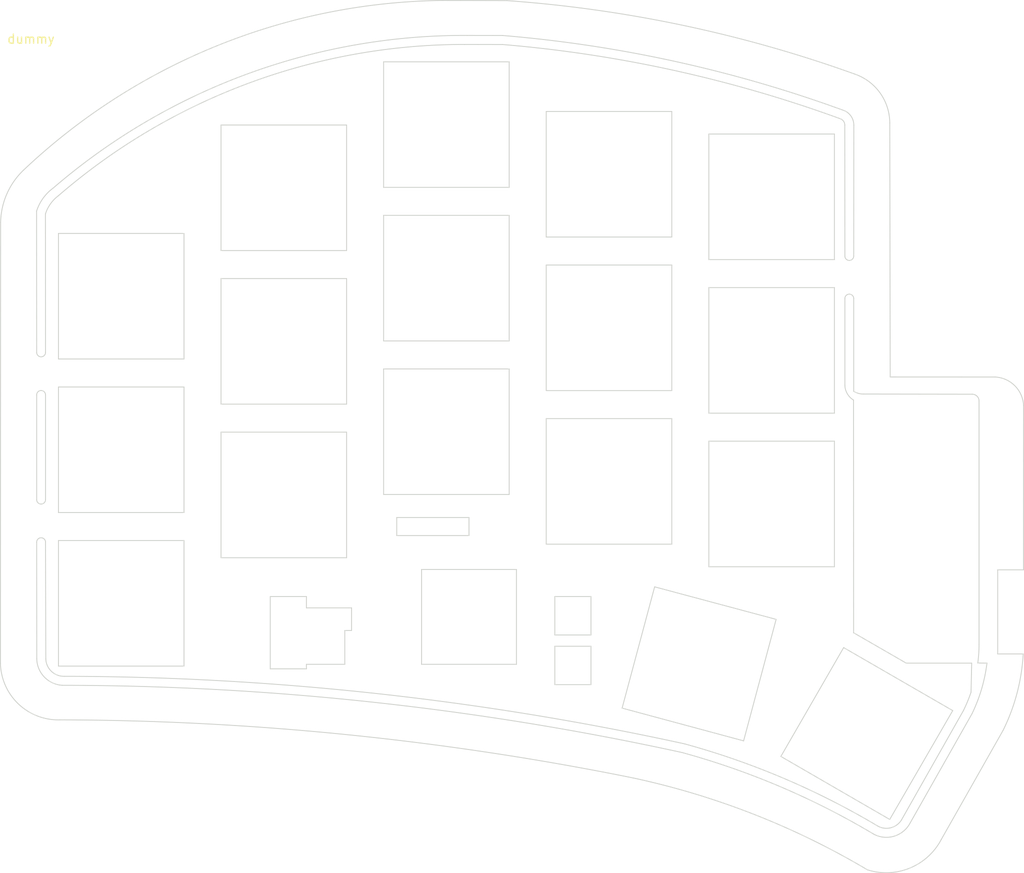
<source format=kicad_pcb>
(kicad_pcb (version 20171130) (host pcbnew 5.1.9)

  (general
    (thickness 1.6)
    (drawings 195)
    (tracks 0)
    (zones 0)
    (modules 1)
    (nets 1)
  )

  (page A4)
  (layers
    (0 F.Cu signal)
    (31 B.Cu signal)
    (32 B.Adhes user)
    (33 F.Adhes user)
    (34 B.Paste user)
    (35 F.Paste user)
    (36 B.SilkS user)
    (37 F.SilkS user)
    (38 B.Mask user)
    (39 F.Mask user)
    (40 Dwgs.User user)
    (41 Cmts.User user)
    (42 Eco1.User user)
    (43 Eco2.User user)
    (44 Edge.Cuts user)
    (45 Margin user)
    (46 B.CrtYd user)
    (47 F.CrtYd user)
    (48 B.Fab user)
    (49 F.Fab user)
  )

  (setup
    (last_trace_width 0.25)
    (trace_clearance 0.2)
    (zone_clearance 0.508)
    (zone_45_only no)
    (trace_min 0.2)
    (via_size 0.8)
    (via_drill 0.4)
    (via_min_size 0.4)
    (via_min_drill 0.3)
    (uvia_size 0.3)
    (uvia_drill 0.1)
    (uvias_allowed no)
    (uvia_min_size 0.2)
    (uvia_min_drill 0.1)
    (edge_width 0.1)
    (segment_width 0.2)
    (pcb_text_width 0.3)
    (pcb_text_size 1.5 1.5)
    (mod_edge_width 0.12)
    (mod_text_size 1 1)
    (mod_text_width 0.1)
    (pad_size 1.524 1.524)
    (pad_drill 0.762)
    (pad_to_mask_clearance 0.05)
    (aux_axis_origin 0 0)
    (visible_elements FFFFFFFF)
    (pcbplotparams
      (layerselection 0x010fc_ffffffff)
      (usegerberextensions false)
      (usegerberattributes true)
      (usegerberadvancedattributes true)
      (creategerberjobfile true)
      (excludeedgelayer true)
      (linewidth 0.100000)
      (plotframeref false)
      (viasonmask false)
      (mode 1)
      (useauxorigin false)
      (hpglpennumber 1)
      (hpglpenspeed 20)
      (hpglpendiameter 15.000000)
      (psnegative false)
      (psa4output false)
      (plotreference false)
      (plotvalue false)
      (plotinvisibletext false)
      (padsonsilk false)
      (subtractmaskfromsilk false)
      (outputformat 1)
      (mirror false)
      (drillshape 0)
      (scaleselection 1)
      (outputdirectory ""))
  )

  (net 0 "")

  (net_class Default "This is the default net class."
    (clearance 0.2)
    (trace_width 0.25)
    (via_dia 0.8)
    (via_drill 0.4)
    (uvia_dia 0.3)
    (uvia_drill 0.1)
  )

  (net_class Power ""
    (clearance 0.2)
    (trace_width 0.3)
    (via_dia 0.8)
    (via_drill 0.4)
    (uvia_dia 0.3)
    (uvia_drill 0.1)
  )

  (module dummy:dummy (layer F.Cu) (tedit 604AAE8F) (tstamp 606383FE)
    (at 12.01 12.03)
    (fp_text reference dummy (at 0 0.5) (layer F.SilkS)
      (effects (font (size 1 1) (thickness 0.15)))
    )
    (fp_text value dummy (at 0 -0.5) (layer F.Fab)
      (effects (font (size 1 1) (thickness 0.15)))
    )
  )

  (gr_line (start 103.08994 51.526561) (end 103.09 41.25) (layer Edge.Cuts) (width 0.1) (tstamp 6067B3CB))
  (gr_line (start 102.110009 41.270426) (end 102.11 50.86) (layer Edge.Cuts) (width 0.1) (tstamp 6067B3B7))
  (gr_arc (start 102.6 41.26) (end 103.09 41.25) (angle -180.049813) (layer Edge.Cuts) (width 0.1) (tstamp 6067B364))
  (gr_arc (start 102.6 36.55) (end 102.11 36.56) (angle -180.049813) (layer Edge.Cuts) (width 0.1) (tstamp 6067B363))
  (gr_line (start 13.650019 81.147211) (end 13.62 68.22) (layer Edge.Cuts) (width 0.1) (tstamp 6067B24B))
  (gr_line (start 12.640009 68.240426) (end 12.650019 81.147211) (layer Edge.Cuts) (width 0.1) (tstamp 6067B23B))
  (gr_line (start 13.619991 63.509574) (end 13.62 51.92) (layer Edge.Cuts) (width 0.1) (tstamp 6067B220))
  (gr_line (start 12.640009 51.940426) (end 12.64 63.53) (layer Edge.Cuts) (width 0.1) (tstamp 6067B20D))
  (gr_arc (start 13.13 68.23) (end 13.62 68.22) (angle -180.049813) (layer Edge.Cuts) (width 0.1) (tstamp 6067B1D4))
  (gr_arc (start 13.13 63.52) (end 12.64 63.53) (angle -180.049813) (layer Edge.Cuts) (width 0.1) (tstamp 6067B1D3))
  (gr_arc (start 13.13 51.93) (end 13.62 51.92) (angle -180.049813) (layer Edge.Cuts) (width 0.1) (tstamp 6067B16F))
  (gr_arc (start 13.13 47.22) (end 12.64 47.23) (angle -180.049813) (layer Edge.Cuts) (width 0.1))
  (gr_arc (start 104.109999 50.790001) (end 102.11 50.86) (angle -56.68807427) (layer Edge.Cuts) (width 0.1) (tstamp 6067B056))
  (gr_line (start 116.15 81.62) (end 116.076633 84.838857) (layer Edge.Cuts) (width 0.1))
  (gr_line (start 103.08 78.26) (end 103.070104 52.49983) (layer Edge.Cuts) (width 0.1) (tstamp 6067AE8D))
  (gr_line (start 108.9 81.62) (end 116.15 81.62) (layer Edge.Cuts) (width 0.1))
  (gr_line (start 108.9 81.62) (end 103.08 78.26) (layer Edge.Cuts) (width 0.1))
  (gr_arc (start 100.196434 79.446014) (end 116.825285 81.610045) (angle -6.931302321) (layer Edge.Cuts) (width 0.1) (tstamp 6067AD38))
  (gr_arc (start 104.149918 49.828944) (end 103.08994 51.526561) (angle -32.98473499) (layer Edge.Cuts) (width 0.1) (tstamp 6067AC55))
  (gr_line (start 116.174774 87.240588) (end 109.326469 99.33052) (layer Edge.Cuts) (width 0.1) (tstamp 60637E2F))
  (gr_arc (start 106.70685 97.938124) (end 105.29885 100.549389) (angle -90.34182972) (layer Edge.Cuts) (width 0.1) (tstamp 60637E1B))
  (gr_arc (start 61.59 173.76) (end 105.29885 100.549389) (angle -15.53366677) (layer Edge.Cuts) (width 0.1) (tstamp 60637DF1))
  (gr_arc (start 15.157962 407.009423) (end 84.096173 91.518105) (angle -12.26886215) (layer Edge.Cuts) (width 0.1) (tstamp 60637D5A))
  (gr_arc (start 15.650018 81.077212) (end 12.650019 81.147211) (angle -85.4164945) (layer Edge.Cuts) (width 0.1) (tstamp 60637D36))
  (gr_line (start 12.631572 31.580502) (end 12.64 47.23) (layer Edge.Cuts) (width 0.1) (tstamp 60637C87))
  (gr_arc (start 17.470803 33.12706) (end 14.470803 29.02706) (angle -36.08355995) (layer Edge.Cuts) (width 0.1) (tstamp 60637C63))
  (gr_arc (start 59.971713 81.838125) (end 60.313324 12.129986) (angle -41.02828093) (layer Edge.Cuts) (width 0.1) (tstamp 60637C47))
  (gr_line (start 64.208611 12.13669) (end 60.313324 12.129986) (layer Edge.Cuts) (width 0.1) (tstamp 60637C32))
  (gr_arc (start 52.262974 156.65255) (end 102.086813 20.472092) (angle -15.37056041) (layer Edge.Cuts) (width 0.1) (tstamp 60637C12))
  (gr_arc (start 101.35 22.059419) (end 103.1 22.059419) (angle -65.09998996) (layer Edge.Cuts) (width 0.1) (tstamp 60637BFB))
  (gr_line (start 103.089991 36.539574) (end 103.1 22.059419) (layer Edge.Cuts) (width 0.1) (tstamp 60637B8B))
  (gr_line (start 117.84 81.62) (end 116.825285 81.610045) (layer Edge.Cuts) (width 0.1))
  (gr_arc (start 100.185923 79.446557) (end 116.174774 87.240588) (angle -18.96916069) (layer Edge.Cuts) (width 0.1) (tstamp 60637AD3))
  (gr_arc (start 101.34 21.839419) (end 107.08 21.81) (angle -70.5) (layer Edge.Cuts) (width 0.1) (tstamp 606377C6))
  (gr_line (start 121.883174 71.291074) (end 119.03 71.29) (layer Edge.Cuts) (width 0.1) (tstamp 6063766C))
  (gr_line (start 119.03 80.6) (end 119.03 71.29) (layer Edge.Cuts) (width 0.1))
  (gr_line (start 121.851504 80.600082) (end 119.03 80.6) (layer Edge.Cuts) (width 0.1))
  (gr_arc (start 118.58 53.26) (end 121.894999 53.129082) (angle -85.1) (layer Edge.Cuts) (width 0.1) (tstamp 6063753A))
  (gr_arc (start 100.161149 79.415969) (end 119.626163 89.058939) (angle -23.22904825) (layer Edge.Cuts) (width 0.1) (tstamp 606374FE))
  (gr_arc (start 106.688 97.938735) (end 104.608804 104.501378) (angle -79.8) (layer Edge.Cuts) (width 0.1) (tstamp 60637467))
  (gr_arc (start 16.848055 32.971668) (end 11.20874 27.019422) (angle -45.5) (layer Edge.Cuts) (width 0.1) (tstamp 6063720E))
  (gr_arc (start 58.385367 76.935854) (end 57.528777 8.258706) (angle -42.66904065) (layer Edge.Cuts) (width 0.1) (tstamp 6063712B))
  (gr_line (start 119.626163 89.058939) (end 112.777858 101.148871) (layer Edge.Cuts) (width 0.1) (tstamp 606370C4))
  (gr_arc (start 60.560804 178.672643) (end 104.608804 104.501378) (angle -18.59350627) (layer Edge.Cuts) (width 0.1) (tstamp 6063706F))
  (gr_line (start 121.894999 53.129082) (end 121.883174 71.291074) (layer Edge.Cuts) (width 0.1) (tstamp 6063700C))
  (gr_line (start 107.13 49.94) (end 118.732717 49.945934) (layer Edge.Cuts) (width 0.1) (tstamp 60636FED))
  (gr_line (start 107.13 49.94) (end 107.08 21.81) (layer Edge.Cuts) (width 0.1) (tstamp 60636F5A))
  (gr_arc (start 54.462442 151.952303) (end 103.23018 16.419485) (angle -15.71010092) (layer Edge.Cuts) (width 0.1) (tstamp 60636EE6))
  (gr_line (start 64.710171 8.277597) (end 57.528777 8.258706) (layer Edge.Cuts) (width 0.1) (tstamp 60636ECF))
  (gr_arc (start 14.439258 411.808108) (end 78.660051 94.327992) (angle -11.29827702) (layer Edge.Cuts) (width 0.1) (tstamp 60636E58))
  (gr_arc (start 15.03 81.5) (end 8.63 81.63) (angle -90.5) (layer Edge.Cuts) (width 0.1) (tstamp 60636E2B))
  (gr_arc (start 15.650018 81.077212) (end 13.650019 81.147211) (angle -89.7) (layer Edge.Cuts) (width 0.1) (tstamp 60636DE9))
  (gr_line (start 8.65 32.82) (end 8.63 81.63) (layer Edge.Cuts) (width 0.1) (tstamp 60636DD4))
  (gr_line (start 68.75 70.25) (end 68.75 82.75) (layer Cmts.User) (width 0.1) (tstamp 606369FE))
  (gr_line (start 67.25 70.25) (end 68.75 70.25) (layer Cmts.User) (width 0.1))
  (gr_line (start 67.25 82.75) (end 67.25 70.25) (layer Cmts.User) (width 0.1))
  (gr_line (start 68.75 82.75) (end 67.25 82.75) (layer Cmts.User) (width 0.1))
  (gr_line (start 70 84) (end 70 79.75) (layer Edge.Cuts) (width 0.1) (tstamp 606369F4))
  (gr_line (start 74 84) (end 70 84) (layer Edge.Cuts) (width 0.1))
  (gr_line (start 74 79.75) (end 74 84) (layer Edge.Cuts) (width 0.1))
  (gr_line (start 70 79.75) (end 74 79.75) (layer Edge.Cuts) (width 0.1))
  (gr_line (start 70 78.5) (end 70 74.25) (layer Edge.Cuts) (width 0.1) (tstamp 606369EA))
  (gr_line (start 74 78.5) (end 70 78.5) (layer Edge.Cuts) (width 0.1))
  (gr_line (start 74 74.25) (end 74 78.5) (layer Edge.Cuts) (width 0.1))
  (gr_line (start 70 74.25) (end 74 74.25) (layer Edge.Cuts) (width 0.1))
  (gr_line (start 54.25 84.75) (end 54.25 83.25) (layer Cmts.User) (width 0.1) (tstamp 606369DD))
  (gr_line (start 66.75 84.75) (end 54.25 84.75) (layer Cmts.User) (width 0.1))
  (gr_line (start 66.75 83.25) (end 66.75 84.75) (layer Cmts.User) (width 0.1))
  (gr_line (start 54.25 83.25) (end 66.75 83.25) (layer Cmts.User) (width 0.1))
  (gr_line (start 52.25 82.75) (end 52.25 70.25) (layer Cmts.User) (width 0.1) (tstamp 606369D3))
  (gr_line (start 53.75 82.75) (end 52.25 82.75) (layer Cmts.User) (width 0.1))
  (gr_line (start 53.75 70.25) (end 53.75 82.75) (layer Cmts.User) (width 0.1))
  (gr_line (start 52.25 70.25) (end 53.75 70.25) (layer Cmts.User) (width 0.1))
  (gr_line (start 54.25 69.75) (end 54.25 68.25) (layer Cmts.User) (width 0.1) (tstamp 606369CA))
  (gr_line (start 66.75 69.75) (end 54.25 69.75) (layer Cmts.User) (width 0.1))
  (gr_line (start 66.75 68.25) (end 66.75 69.75) (layer Cmts.User) (width 0.1))
  (gr_line (start 54.25 68.25) (end 66.75 68.25) (layer Cmts.User) (width 0.1))
  (gr_line (start 55.25 81.75) (end 55.25 71.25) (layer Edge.Cuts) (width 0.1) (tstamp 606369BE))
  (gr_line (start 65.75 81.75) (end 55.25 81.75) (layer Edge.Cuts) (width 0.1))
  (gr_line (start 65.75 71.25) (end 65.75 81.75) (layer Edge.Cuts) (width 0.1))
  (gr_line (start 55.25 71.25) (end 65.75 71.25) (layer Edge.Cuts) (width 0.1))
  (gr_line (start 52.5 65.5) (end 52.5 67.5) (layer Edge.Cuts) (width 0.1) (tstamp 606369A6))
  (gr_line (start 60.5 65.5) (end 52.5 65.5) (layer Edge.Cuts) (width 0.1))
  (gr_line (start 60.5 67.5) (end 60.5 65.5) (layer Edge.Cuts) (width 0.1))
  (gr_line (start 52.5 67.5) (end 60.5 67.5) (layer Edge.Cuts) (width 0.1))
  (gr_line (start 42.5 74.25) (end 38.5 74.25) (layer Edge.Cuts) (width 0.1) (tstamp 60636996))
  (gr_line (start 42.5 75.5) (end 42.5 74.25) (layer Edge.Cuts) (width 0.1))
  (gr_line (start 47.5 75.5) (end 42.5 75.5) (layer Edge.Cuts) (width 0.1))
  (gr_line (start 47.5 78) (end 47.5 75.5) (layer Edge.Cuts) (width 0.1))
  (gr_line (start 46.75 78) (end 47.5 78) (layer Edge.Cuts) (width 0.1))
  (gr_line (start 46.75 81.75) (end 46.75 78) (layer Edge.Cuts) (width 0.1))
  (gr_line (start 42.5 81.75) (end 46.75 81.75) (layer Edge.Cuts) (width 0.1))
  (gr_line (start 42.5 82.25) (end 42.5 81.75) (layer Edge.Cuts) (width 0.1))
  (gr_line (start 38.5 82.25) (end 42.5 82.25) (layer Edge.Cuts) (width 0.1))
  (gr_line (start 38.5 74.25) (end 38.5 82.25) (layer Edge.Cuts) (width 0.1))
  (gr_line (start 106.225 51.85) (end 103.875 51.85) (layer Eco1.User) (width 0.1) (tstamp 606367DF))
  (gr_line (start 103.65 72.925) (end 104.81 72.82) (layer Eco1.User) (width 0.1))
  (gr_line (start 103.875 51.85) (end 103.65 72.925) (layer Eco1.User) (width 0.1))
  (gr_line (start 116.975 51.875) (end 106.3 51.875) (layer Eco1.User) (width 0.1) (tstamp 6063679E))
  (gr_line (start 116.925 73.1) (end 116.975 51.875) (layer Eco1.User) (width 0.1))
  (gr_line (start 118.975 73.125) (end 116.925 73.1) (layer Eco1.User) (width 0.1))
  (gr_line (start 118.975 78.8) (end 118.975 73.125) (layer Eco1.User) (width 0.1))
  (gr_line (start 117.125 78.85) (end 118.975 78.8) (layer Eco1.User) (width 0.1))
  (gr_line (start 117.15 79.1) (end 117.125 78.85) (layer Eco1.User) (width 0.1))
  (gr_line (start 116.45 79.1) (end 117.15 79.1) (layer Eco1.User) (width 0.1))
  (gr_line (start 116.55 81.675) (end 116.45 79.1) (layer Eco1.User) (width 0.1))
  (gr_line (start 108.9 81.65) (end 116.55 81.675) (layer Eco1.User) (width 0.1))
  (gr_line (start 108.825 79.175) (end 108.9 81.65) (layer Eco1.User) (width 0.1))
  (gr_line (start 104.875 79.125) (end 108.825 79.175) (layer Eco1.User) (width 0.1))
  (gr_line (start 104.8 72.825) (end 104.875 79.125) (layer Eco1.User) (width 0.1))
  (gr_line (start 95.025 91.95) (end 101.975 79.9) (layer Edge.Cuts) (width 0.1) (tstamp 60636729))
  (gr_line (start 107.075 98.925) (end 95.025 91.95) (layer Edge.Cuts) (width 0.1))
  (gr_line (start 114.05 86.875) (end 107.075 98.925) (layer Edge.Cuts) (width 0.1))
  (gr_line (start 101.975 79.9) (end 114.05 86.875) (layer Edge.Cuts) (width 0.1))
  (gr_line (start 77.45 86.6) (end 81.05 73.175) (layer Edge.Cuts) (width 0.1) (tstamp 606366D7))
  (gr_line (start 90.9 90.225) (end 77.45 86.6) (layer Edge.Cuts) (width 0.1))
  (gr_line (start 94.5 76.775) (end 90.9 90.225) (layer Edge.Cuts) (width 0.1))
  (gr_line (start 81.05 73.175) (end 94.5 76.775) (layer Edge.Cuts) (width 0.1))
  (gr_line (start 100.95 53.95) (end 87.05 53.95) (layer Edge.Cuts) (width 0.1) (tstamp 6063653A))
  (gr_line (start 100.95 36.95) (end 87.05 36.95) (layer Edge.Cuts) (width 0.1) (tstamp 60636539))
  (gr_line (start 100.95 57.05) (end 100.95 70.95) (layer Edge.Cuts) (width 0.1) (tstamp 60636538))
  (gr_line (start 87.05 57.05) (end 100.95 57.05) (layer Edge.Cuts) (width 0.1) (tstamp 60636537))
  (gr_line (start 100.95 70.95) (end 87.05 70.95) (layer Edge.Cuts) (width 0.1) (tstamp 60636536))
  (gr_line (start 87.05 23.05) (end 100.95 23.05) (layer Edge.Cuts) (width 0.1) (tstamp 60636535))
  (gr_line (start 87.05 53.95) (end 87.05 40.05) (layer Edge.Cuts) (width 0.1) (tstamp 60636534))
  (gr_line (start 100.95 23.05) (end 100.95 36.95) (layer Edge.Cuts) (width 0.1) (tstamp 60636533))
  (gr_line (start 87.05 70.95) (end 87.05 57.05) (layer Edge.Cuts) (width 0.1) (tstamp 60636532))
  (gr_line (start 100.95 40.05) (end 100.95 53.95) (layer Edge.Cuts) (width 0.1) (tstamp 60636531))
  (gr_line (start 87.05 40.05) (end 100.95 40.05) (layer Edge.Cuts) (width 0.1) (tstamp 60636530))
  (gr_line (start 87.05 36.95) (end 87.05 23.05) (layer Edge.Cuts) (width 0.1) (tstamp 6063652F))
  (gr_line (start 82.95 51.45) (end 69.05 51.45) (layer Edge.Cuts) (width 0.1) (tstamp 60636516))
  (gr_line (start 82.95 34.45) (end 69.05 34.45) (layer Edge.Cuts) (width 0.1) (tstamp 60636515))
  (gr_line (start 69.05 20.55) (end 82.95 20.55) (layer Edge.Cuts) (width 0.1) (tstamp 60636514))
  (gr_line (start 69.05 51.45) (end 69.05 37.55) (layer Edge.Cuts) (width 0.1) (tstamp 60636513))
  (gr_line (start 82.95 37.55) (end 82.95 51.45) (layer Edge.Cuts) (width 0.1) (tstamp 60636512))
  (gr_line (start 69.05 37.55) (end 82.95 37.55) (layer Edge.Cuts) (width 0.1) (tstamp 60636511))
  (gr_line (start 82.95 20.55) (end 82.95 34.45) (layer Edge.Cuts) (width 0.1) (tstamp 60636510))
  (gr_line (start 69.05 68.45) (end 69.05 54.55) (layer Edge.Cuts) (width 0.1) (tstamp 6063650F))
  (gr_line (start 82.95 54.55) (end 82.95 68.45) (layer Edge.Cuts) (width 0.1) (tstamp 6063650E))
  (gr_line (start 69.05 54.55) (end 82.95 54.55) (layer Edge.Cuts) (width 0.1) (tstamp 6063650D))
  (gr_line (start 82.95 68.45) (end 69.05 68.45) (layer Edge.Cuts) (width 0.1) (tstamp 6063650C))
  (gr_line (start 69.05 34.45) (end 69.05 20.55) (layer Edge.Cuts) (width 0.1) (tstamp 6063650B))
  (gr_line (start 51.05 49.05) (end 64.95 49.05) (layer Edge.Cuts) (width 0.1) (tstamp 606364F2))
  (gr_line (start 64.95 62.95) (end 51.05 62.95) (layer Edge.Cuts) (width 0.1) (tstamp 606364F1))
  (gr_line (start 64.95 45.95) (end 51.05 45.95) (layer Edge.Cuts) (width 0.1) (tstamp 606364F0))
  (gr_line (start 64.95 32.05) (end 64.95 45.95) (layer Edge.Cuts) (width 0.1) (tstamp 606364EF))
  (gr_line (start 51.05 15.05) (end 64.95 15.05) (layer Edge.Cuts) (width 0.1) (tstamp 606364EE))
  (gr_line (start 64.95 15.05) (end 64.95 28.95) (layer Edge.Cuts) (width 0.1) (tstamp 606364ED))
  (gr_line (start 51.05 62.95) (end 51.05 49.05) (layer Edge.Cuts) (width 0.1) (tstamp 606364EC))
  (gr_line (start 64.95 49.05) (end 64.95 62.95) (layer Edge.Cuts) (width 0.1) (tstamp 606364EB))
  (gr_line (start 51.05 28.95) (end 51.05 15.05) (layer Edge.Cuts) (width 0.1) (tstamp 606364EA))
  (gr_line (start 51.05 32.05) (end 64.95 32.05) (layer Edge.Cuts) (width 0.1) (tstamp 606364E9))
  (gr_line (start 64.95 28.95) (end 51.05 28.95) (layer Edge.Cuts) (width 0.1) (tstamp 606364E8))
  (gr_line (start 51.05 45.95) (end 51.05 32.05) (layer Edge.Cuts) (width 0.1) (tstamp 606364E7))
  (gr_line (start 46.95 39.05) (end 46.95 52.95) (layer Edge.Cuts) (width 0.1) (tstamp 606364CE))
  (gr_line (start 46.95 22.05) (end 46.95 35.95) (layer Edge.Cuts) (width 0.1) (tstamp 606364CD))
  (gr_line (start 33.05 69.95) (end 33.05 56.05) (layer Edge.Cuts) (width 0.1) (tstamp 606364CC))
  (gr_line (start 33.05 22.05) (end 46.95 22.05) (layer Edge.Cuts) (width 0.1) (tstamp 606364CB))
  (gr_line (start 46.95 69.95) (end 33.05 69.95) (layer Edge.Cuts) (width 0.1) (tstamp 606364CA))
  (gr_line (start 46.95 35.95) (end 33.05 35.95) (layer Edge.Cuts) (width 0.1) (tstamp 606364C9))
  (gr_line (start 33.05 52.95) (end 33.05 39.05) (layer Edge.Cuts) (width 0.1) (tstamp 606364C8))
  (gr_line (start 33.05 39.05) (end 46.95 39.05) (layer Edge.Cuts) (width 0.1) (tstamp 606364C7))
  (gr_line (start 46.95 56.05) (end 46.95 69.95) (layer Edge.Cuts) (width 0.1) (tstamp 606364C6))
  (gr_line (start 46.95 52.95) (end 33.05 52.95) (layer Edge.Cuts) (width 0.1) (tstamp 606364C5))
  (gr_line (start 33.05 35.95) (end 33.05 22.05) (layer Edge.Cuts) (width 0.1) (tstamp 606364C4))
  (gr_line (start 33.05 56.05) (end 46.95 56.05) (layer Edge.Cuts) (width 0.1) (tstamp 606364C3))
  (gr_line (start 28.95 68.05) (end 28.95 81.95) (layer Edge.Cuts) (width 0.1) (tstamp 606363F9))
  (gr_line (start 15.05 81.95) (end 15.05 68.05) (layer Edge.Cuts) (width 0.1) (tstamp 606363F8))
  (gr_line (start 15.05 68.05) (end 28.95 68.05) (layer Edge.Cuts) (width 0.1) (tstamp 606363F7))
  (gr_line (start 28.95 81.95) (end 15.05 81.95) (layer Edge.Cuts) (width 0.1) (tstamp 606363F6))
  (gr_line (start 28.95 51.05) (end 28.95 64.95) (layer Edge.Cuts) (width 0.1) (tstamp 606363E4))
  (gr_line (start 15.05 51.05) (end 28.95 51.05) (layer Edge.Cuts) (width 0.1) (tstamp 606363E3))
  (gr_line (start 28.95 64.95) (end 15.05 64.95) (layer Edge.Cuts) (width 0.1) (tstamp 606363E2))
  (gr_line (start 15.05 64.95) (end 15.05 51.05) (layer Edge.Cuts) (width 0.1) (tstamp 606363E1))
  (gr_line (start 15.05 47.95) (end 15.05 34.05) (layer Edge.Cuts) (width 0.1) (tstamp 606363C2))
  (gr_line (start 28.95 47.95) (end 15.05 47.95) (layer Edge.Cuts) (width 0.1))
  (gr_line (start 28.95 34.05) (end 28.95 47.95) (layer Edge.Cuts) (width 0.1))
  (gr_line (start 15.05 34.05) (end 28.95 34.05) (layer Edge.Cuts) (width 0.1))
  (gr_arc (start 17.48 33.13) (end 15.035 29.885) (angle -35.4) (layer Edge.Cuts) (width 0.1) (tstamp 5F45BAB8))
  (gr_arc (start 52.262442 156.652303) (end 101.665245 21.378889) (angle -15.3) (layer Edge.Cuts) (width 0.1) (tstamp 5F45BAB6))
  (gr_arc (start 101.35 22.059419) (end 102.1 22.059419) (angle -65.1) (layer Edge.Cuts) (width 0.1) (tstamp 5F45BAB5))
  (gr_line (start 64.219274 13.13726) (end 60.008389 13.128139) (layer Edge.Cuts) (width 0.1) (tstamp 5F45BAB3))
  (gr_arc (start 60.008389 81.858139) (end 60.008389 13.128139) (angle -40.87028654) (layer Edge.Cuts) (width 0.1) (tstamp 5F45BAB2))
  (gr_line (start 116.965001 52.600918) (end 116.964908 79.587473) (layer Edge.Cuts) (width 0.1) (tstamp 5F359724))
  (gr_arc (start 15.157962 407.009453) (end 84.370665 90.557571) (angle -12.23959981) (layer Edge.Cuts) (width 0.1) (tstamp 5EDCBAB7))
  (gr_arc (start 100.191149 79.445969) (end 115.23 86.88) (angle -7.552594456) (layer Edge.Cuts) (width 0.1) (tstamp 5EDAA9C2))
  (gr_line (start 115.23 86.88) (end 108.37 98.99) (layer Edge.Cuts) (width 0.1) (tstamp 5EDAAAB5))
  (gr_line (start 102.11 36.56) (end 102.1 22.059419) (layer Edge.Cuts) (width 0.1) (tstamp 5EDAB87D))
  (gr_arc (start 104.149999 49.829083) (end 102.15 49.899082) (angle -89) (layer Cmts.User) (width 0.1) (tstamp 5EDAB87A))
  (gr_arc (start 61.59 173.76) (end 105.638 99.588735) (angle -15.39254657) (layer Edge.Cuts) (width 0.1) (tstamp 5EDABA84))
  (gr_arc (start 15.650018 81.077212) (end 13.650019 81.147211) (angle -89.7) (layer Cmts.User) (width 0.1) (tstamp 5EDAA8DE))
  (gr_arc (start 106.708 97.938735) (end 105.638 99.588735) (angle -90.6) (layer Edge.Cuts) (width 0.1) (tstamp 5EDAABA5))
  (gr_arc (start 116.215001 52.600918) (end 116.965001 52.600918) (angle -90) (layer Edge.Cuts) (width 0.1) (tstamp 5EDAB58F))
  (gr_line (start 104.185001 51.83) (end 116.215001 51.850918) (layer Edge.Cuts) (width 0.1) (tstamp 5EDAB58C))
  (gr_line (start 13.608055 31.898702) (end 13.619991 47.209574) (layer Edge.Cuts) (width 0.1) (tstamp 5EDAB9D6))

)

</source>
